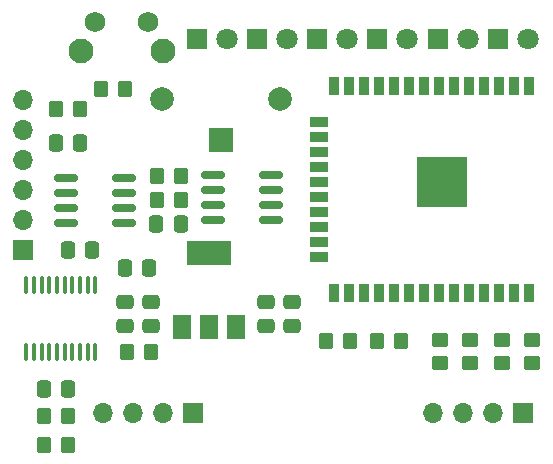
<source format=gbr>
%TF.GenerationSoftware,KiCad,Pcbnew,6.0.11-2627ca5db0~126~ubuntu20.04.1*%
%TF.CreationDate,2024-10-06T15:46:28-05:00*%
%TF.ProjectId,modbus_rtu_mirror_side_88x37x59mm,6d6f6462-7573-45f7-9274-755f6d697272,rev?*%
%TF.SameCoordinates,Original*%
%TF.FileFunction,Soldermask,Top*%
%TF.FilePolarity,Negative*%
%FSLAX46Y46*%
G04 Gerber Fmt 4.6, Leading zero omitted, Abs format (unit mm)*
G04 Created by KiCad (PCBNEW 6.0.11-2627ca5db0~126~ubuntu20.04.1) date 2024-10-06 15:46:28*
%MOMM*%
%LPD*%
G01*
G04 APERTURE LIST*
G04 Aperture macros list*
%AMRoundRect*
0 Rectangle with rounded corners*
0 $1 Rounding radius*
0 $2 $3 $4 $5 $6 $7 $8 $9 X,Y pos of 4 corners*
0 Add a 4 corners polygon primitive as box body*
4,1,4,$2,$3,$4,$5,$6,$7,$8,$9,$2,$3,0*
0 Add four circle primitives for the rounded corners*
1,1,$1+$1,$2,$3*
1,1,$1+$1,$4,$5*
1,1,$1+$1,$6,$7*
1,1,$1+$1,$8,$9*
0 Add four rect primitives between the rounded corners*
20,1,$1+$1,$2,$3,$4,$5,0*
20,1,$1+$1,$4,$5,$6,$7,0*
20,1,$1+$1,$6,$7,$8,$9,0*
20,1,$1+$1,$8,$9,$2,$3,0*%
G04 Aperture macros list end*
%ADD10RoundRect,0.250000X-0.350000X-0.450000X0.350000X-0.450000X0.350000X0.450000X-0.350000X0.450000X0*%
%ADD11RoundRect,0.250000X0.450000X-0.350000X0.450000X0.350000X-0.450000X0.350000X-0.450000X-0.350000X0*%
%ADD12R,1.800000X1.800000*%
%ADD13C,1.800000*%
%ADD14RoundRect,0.250000X-0.337500X-0.475000X0.337500X-0.475000X0.337500X0.475000X-0.337500X0.475000X0*%
%ADD15RoundRect,0.150000X-0.825000X-0.150000X0.825000X-0.150000X0.825000X0.150000X-0.825000X0.150000X0*%
%ADD16C,2.000000*%
%ADD17R,2.000000X2.000000*%
%ADD18R,1.700000X1.700000*%
%ADD19O,1.700000X1.700000*%
%ADD20RoundRect,0.100000X-0.100000X0.637500X-0.100000X-0.637500X0.100000X-0.637500X0.100000X0.637500X0*%
%ADD21RoundRect,0.250000X-0.475000X0.337500X-0.475000X-0.337500X0.475000X-0.337500X0.475000X0.337500X0*%
%ADD22R,0.900000X1.500000*%
%ADD23R,1.500000X0.900000*%
%ADD24C,0.475000*%
%ADD25R,4.200000X4.200000*%
%ADD26RoundRect,0.250000X0.350000X0.450000X-0.350000X0.450000X-0.350000X-0.450000X0.350000X-0.450000X0*%
%ADD27C,2.100000*%
%ADD28C,1.750000*%
%ADD29R,1.500000X2.000000*%
%ADD30R,3.800000X2.000000*%
G04 APERTURE END LIST*
D10*
%TO.C,R10*%
X103267000Y-138684000D03*
X105267000Y-138684000D03*
%TD*%
D11*
%TO.C,R4*%
X139319000Y-131810000D03*
X139319000Y-129810000D03*
%TD*%
D10*
%TO.C,R11*%
X104283000Y-110236000D03*
X106283000Y-110236000D03*
%TD*%
D12*
%TO.C,D3*%
X131463000Y-104300000D03*
D13*
X134003000Y-104300000D03*
%TD*%
D14*
%TO.C,C9*%
X112754500Y-120015000D03*
X114829500Y-120015000D03*
%TD*%
%TO.C,C6*%
X110087500Y-123698000D03*
X112162500Y-123698000D03*
%TD*%
D10*
%TO.C,R7*%
X131461000Y-129921000D03*
X133461000Y-129921000D03*
%TD*%
D14*
%TO.C,C8*%
X105240000Y-122174000D03*
X107315000Y-122174000D03*
%TD*%
D15*
%TO.C,U5*%
X105094000Y-116078000D03*
X105094000Y-117348000D03*
X105094000Y-118618000D03*
X105094000Y-119888000D03*
X110044000Y-119888000D03*
X110044000Y-118618000D03*
X110044000Y-117348000D03*
X110044000Y-116078000D03*
%TD*%
D16*
%TO.C,BT1*%
X113237000Y-109375000D03*
X123237000Y-109375000D03*
D17*
X118237000Y-112875000D03*
%TD*%
D10*
%TO.C,R12*%
X112792000Y-117983000D03*
X114792000Y-117983000D03*
%TD*%
D11*
%TO.C,R2*%
X144526000Y-131810000D03*
X144526000Y-129810000D03*
%TD*%
%TO.C,R3*%
X141986000Y-131810000D03*
X141986000Y-129810000D03*
%TD*%
D10*
%TO.C,R6*%
X127143000Y-129921000D03*
X129143000Y-129921000D03*
%TD*%
D18*
%TO.C,J3*%
X101473000Y-122174000D03*
D19*
X101473000Y-119634000D03*
X101473000Y-117094000D03*
X101473000Y-114554000D03*
X101473000Y-112014000D03*
X101473000Y-109474000D03*
%TD*%
D10*
%TO.C,R8*%
X108093000Y-108585000D03*
X110093000Y-108585000D03*
%TD*%
D20*
%TO.C,U2*%
X107573000Y-125153500D03*
X106923000Y-125153500D03*
X106273000Y-125153500D03*
X105623000Y-125153500D03*
X104973000Y-125153500D03*
X104323000Y-125153500D03*
X103673000Y-125153500D03*
X103023000Y-125153500D03*
X102373000Y-125153500D03*
X101723000Y-125153500D03*
X101723000Y-130878500D03*
X102373000Y-130878500D03*
X103023000Y-130878500D03*
X103673000Y-130878500D03*
X104323000Y-130878500D03*
X104973000Y-130878500D03*
X105623000Y-130878500D03*
X106273000Y-130878500D03*
X106923000Y-130878500D03*
X107573000Y-130878500D03*
%TD*%
D21*
%TO.C,C2*%
X122047000Y-126597500D03*
X122047000Y-128672500D03*
%TD*%
D12*
%TO.C,D2*%
X136563000Y-104300000D03*
D13*
X139103000Y-104300000D03*
%TD*%
D10*
%TO.C,R1*%
X110252000Y-130810000D03*
X112252000Y-130810000D03*
%TD*%
D21*
%TO.C,C1*%
X124206000Y-126597500D03*
X124206000Y-128672500D03*
%TD*%
%TO.C,C4*%
X110109000Y-126597500D03*
X110109000Y-128672500D03*
%TD*%
D12*
%TO.C,D4*%
X126363000Y-104300000D03*
D13*
X128903000Y-104300000D03*
%TD*%
D22*
%TO.C,U1*%
X144267000Y-108344000D03*
X142997000Y-108344000D03*
X141727000Y-108344000D03*
X140457000Y-108344000D03*
X139187000Y-108344000D03*
X137917000Y-108344000D03*
X136647000Y-108344000D03*
X135377000Y-108344000D03*
X134107000Y-108344000D03*
X132837000Y-108344000D03*
X131567000Y-108344000D03*
X130297000Y-108344000D03*
X129027000Y-108344000D03*
X127757000Y-108344000D03*
D23*
X126507000Y-111384000D03*
X126507000Y-112654000D03*
X126507000Y-113924000D03*
X126507000Y-115194000D03*
X126507000Y-116464000D03*
X126507000Y-117734000D03*
X126507000Y-119004000D03*
X126507000Y-120274000D03*
X126507000Y-121544000D03*
X126507000Y-122814000D03*
D22*
X127757000Y-125844000D03*
X129027000Y-125844000D03*
X130297000Y-125844000D03*
X131567000Y-125844000D03*
X132837000Y-125844000D03*
X134107000Y-125844000D03*
X135377000Y-125844000D03*
X136647000Y-125844000D03*
X137917000Y-125844000D03*
X139187000Y-125844000D03*
X140457000Y-125844000D03*
X141727000Y-125844000D03*
X142997000Y-125844000D03*
X144267000Y-125844000D03*
D24*
X137689500Y-114889000D03*
X136164500Y-114889000D03*
X138452000Y-115651500D03*
X136927000Y-115651500D03*
X137689500Y-117939000D03*
X137689500Y-116414000D03*
D25*
X136927000Y-116414000D03*
D24*
X135402000Y-115651500D03*
X136927000Y-117176500D03*
X138452000Y-117176500D03*
X136164500Y-117939000D03*
X136164500Y-116414000D03*
X135402000Y-117176500D03*
%TD*%
D14*
%TO.C,C5*%
X103229500Y-133985000D03*
X105304500Y-133985000D03*
%TD*%
D18*
%TO.C,J1*%
X115840000Y-135980000D03*
D19*
X113300000Y-135980000D03*
X110760000Y-135980000D03*
X108220000Y-135980000D03*
%TD*%
D26*
%TO.C,R9*%
X105251000Y-136271000D03*
X103251000Y-136271000D03*
%TD*%
D10*
%TO.C,R13*%
X112792000Y-115951000D03*
X114792000Y-115951000D03*
%TD*%
D15*
%TO.C,U4*%
X117540000Y-115824000D03*
X117540000Y-117094000D03*
X117540000Y-118364000D03*
X117540000Y-119634000D03*
X122490000Y-119634000D03*
X122490000Y-118364000D03*
X122490000Y-117094000D03*
X122490000Y-115824000D03*
%TD*%
D12*
%TO.C,D1*%
X141663000Y-104300000D03*
D13*
X144203000Y-104300000D03*
%TD*%
D27*
%TO.C,SW1*%
X113340000Y-105357500D03*
X106330000Y-105357500D03*
D28*
X107580000Y-102867500D03*
X112080000Y-102867500D03*
%TD*%
D29*
%TO.C,U3*%
X114921000Y-128753000D03*
X117221000Y-128753000D03*
D30*
X117221000Y-122453000D03*
D29*
X119521000Y-128753000D03*
%TD*%
D18*
%TO.C,J2*%
X143780000Y-135980000D03*
D19*
X141240000Y-135980000D03*
X138700000Y-135980000D03*
X136160000Y-135980000D03*
%TD*%
D21*
%TO.C,C3*%
X112268000Y-126597500D03*
X112268000Y-128672500D03*
%TD*%
D12*
%TO.C,D5*%
X121263000Y-104300000D03*
D13*
X123803000Y-104300000D03*
%TD*%
D12*
%TO.C,D6*%
X116163000Y-104300000D03*
D13*
X118703000Y-104300000D03*
%TD*%
D14*
%TO.C,C7*%
X104215000Y-113157000D03*
X106290000Y-113157000D03*
%TD*%
D11*
%TO.C,R5*%
X136779000Y-131810000D03*
X136779000Y-129810000D03*
%TD*%
M02*

</source>
